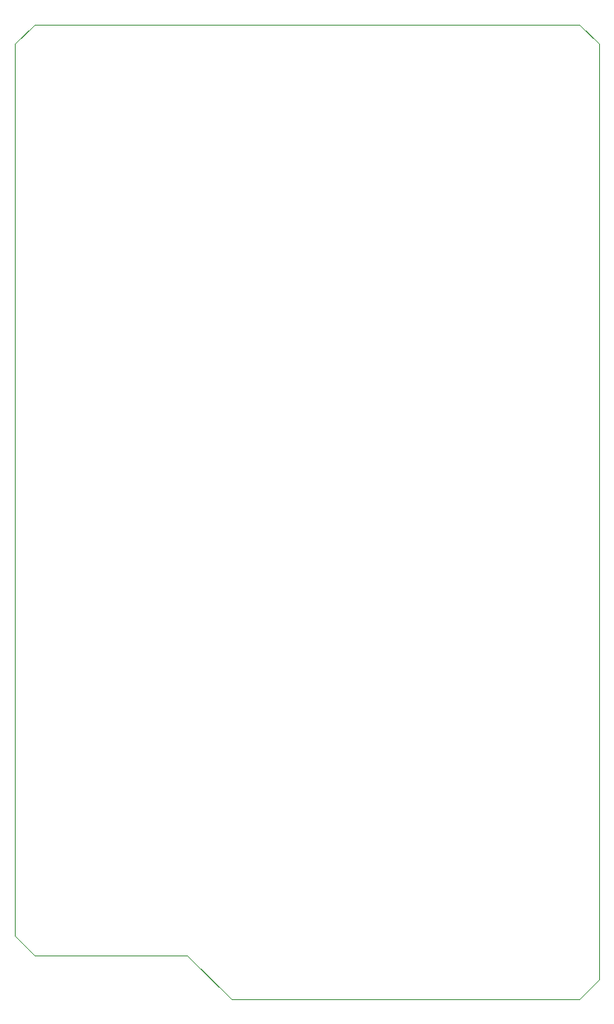
<source format=gbr>
G04 #@! TF.FileFunction,Profile,NP*
%FSLAX46Y46*%
G04 Gerber Fmt 4.6, Leading zero omitted, Abs format (unit mm)*
G04 Created by KiCad (PCBNEW 4.1.0-alpha+201607190716+6983~46~ubuntu14.04.1-product) date Fri Sep 16 20:27:53 2016*
%MOMM*%
%LPD*%
G01*
G04 APERTURE LIST*
%ADD10C,0.100000*%
G04 APERTURE END LIST*
D10*
X120000737Y-71602157D02*
X120000737Y-72102159D01*
X120000000Y-64500000D02*
X120000000Y-160500000D01*
X118000000Y-62500000D02*
X120000000Y-64500000D01*
X62000000Y-62500000D02*
X118000000Y-62500000D01*
X60000000Y-64500000D02*
X62000000Y-62500000D01*
X60000000Y-156000000D02*
X60000000Y-64500000D01*
X62000000Y-158000000D02*
X60000000Y-156000000D01*
X77700000Y-158000000D02*
X62000000Y-158000000D01*
X82200000Y-162500000D02*
X77700000Y-158000000D01*
X118000000Y-162500000D02*
X82200000Y-162500000D01*
X120000000Y-160500000D02*
X118000000Y-162500000D01*
X120000737Y-70497971D02*
X120000737Y-71602157D01*
M02*

</source>
